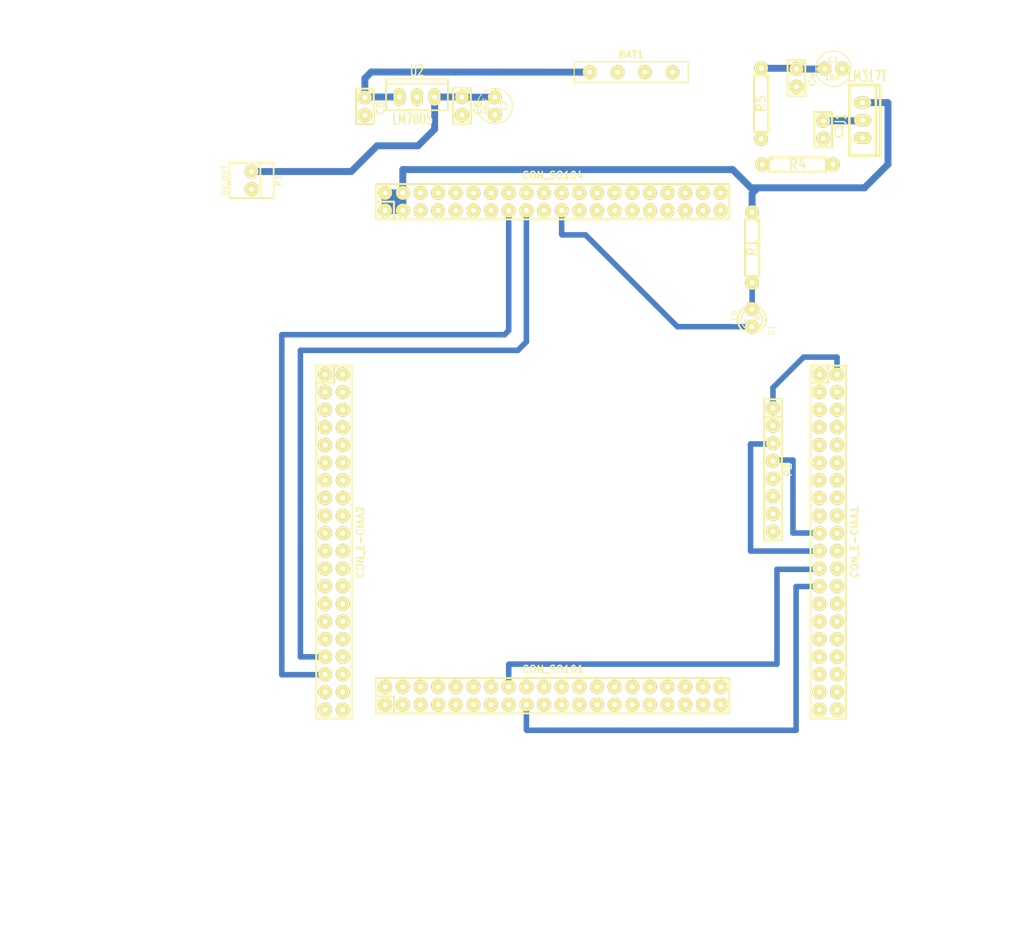
<source format=kicad_pcb>
(kicad_pcb (version 3) (host pcbnew "(2013-jul-07)-stable")

  (general
    (links 88)
    (no_connects 66)
    (area 164.899999 25.7504 275.925001 149.125001)
    (thickness 1.6)
    (drawings 11)
    (tracks 85)
    (zones 0)
    (modules 19)
    (nets 16)
  )

  (page A4)
  (title_block 
    (title rescatAR)
  )

  (layers
    (15 F.Cu signal)
    (0 B.Cu signal)
    (16 B.Adhes user hide)
    (17 F.Adhes user hide)
    (18 B.Paste user hide)
    (19 F.Paste user hide)
    (20 B.SilkS user hide)
    (21 F.SilkS user)
    (22 B.Mask user hide)
    (23 F.Mask user hide)
    (24 Dwgs.User user)
    (25 Cmts.User user)
    (26 Eco1.User user hide)
    (27 Eco2.User user hide)
    (28 Edge.Cuts user hide)
  )

  (setup
    (last_trace_width 0.8)
    (trace_clearance 0.8)
    (zone_clearance 0.508)
    (zone_45_only yes)
    (trace_min 0.254)
    (segment_width 0.2)
    (edge_width 0.15)
    (via_size 0.889)
    (via_drill 0.635)
    (via_min_size 0.889)
    (via_min_drill 0.508)
    (uvia_size 0.508)
    (uvia_drill 0.127)
    (uvias_allowed no)
    (uvia_min_size 0.508)
    (uvia_min_drill 0.127)
    (pcb_text_width 0.3)
    (pcb_text_size 1 1)
    (mod_edge_width 0.15)
    (mod_text_size 1 1)
    (mod_text_width 0.15)
    (pad_size 2.5 1.7)
    (pad_drill 0.7)
    (pad_to_mask_clearance 0)
    (aux_axis_origin 0 0)
    (visible_elements FFFFFFBF)
    (pcbplotparams
      (layerselection 3178497)
      (usegerberextensions false)
      (excludeedgelayer true)
      (linewidth 0.150000)
      (plotframeref false)
      (viasonmask false)
      (mode 1)
      (useauxorigin false)
      (hpglpennumber 1)
      (hpglpenspeed 20)
      (hpglpendiameter 15)
      (hpglpenoverlay 2)
      (psnegative false)
      (psa4output false)
      (plotreference true)
      (plotvalue true)
      (plotothertext true)
      (plotinvisibletext false)
      (padsonsilk false)
      (subtractmaskfromsilk false)
      (outputformat 5)
      (mirror false)
      (drillshape 2)
      (scaleselection 1)
      (outputdirectory plots/))
  )

  (net 0 "")
  (net 1 /GE864_ON_OFF)
  (net 2 /GE864_RESET)
  (net 3 /GND)
  (net 4 /I2C_SCL)
  (net 5 /I2C_SDA)
  (net 6 /RS232_RXD)
  (net 7 /RS232_TXD)
  (net 8 /STATUS_LED)
  (net 9 /VCC_3.3V)
  (net 10 /VCC_3.8V)
  (net 11 /VCC_5V)
  (net 12 N-0000018)
  (net 13 N-000002)
  (net 14 N-000003)
  (net 15 VCC)

  (net_class Default "This is the default net class."
    (clearance 0.8)
    (trace_width 0.8)
    (via_dia 0.889)
    (via_drill 0.635)
    (uvia_dia 0.508)
    (uvia_drill 0.127)
    (add_net "")
    (add_net /GE864_ON_OFF)
    (add_net /GE864_RESET)
    (add_net /GND)
    (add_net /I2C_SCL)
    (add_net /I2C_SDA)
    (add_net /RS232_RXD)
    (add_net /RS232_TXD)
    (add_net /STATUS_LED)
    (add_net N-0000018)
    (add_net N-000002)
  )

  (net_class Power ""
    (clearance 0.8)
    (trace_width 1)
    (via_dia 0.889)
    (via_drill 0.635)
    (uvia_dia 0.508)
    (uvia_drill 0.127)
    (add_net /VCC_3.3V)
    (add_net /VCC_3.8V)
    (add_net /VCC_5V)
    (add_net N-000003)
    (add_net VCC)
  )

  (module PIN_ARRAY_4x1 (layer F.Cu) (tedit 565F3C24) (tstamp 56601ED9)
    (at 226 28.675)
    (descr "Double rangee de contacts 2 x 5 pins")
    (tags CONN)
    (path /564115EC)
    (fp_text reference BAT1 (at 0 -2.54) (layer F.SilkS)
      (effects (font (size 1.016 1.016) (thickness 0.2032)))
    )
    (fp_text value BAT_CONN (at 0 2.54) (layer F.SilkS) hide
      (effects (font (size 1.016 1.016) (thickness 0.2032)))
    )
    (fp_line (start 0 -1.5) (end 8.2 -1.5) (layer F.SilkS) (width 0.15))
    (fp_line (start 8.2 -1.5) (end 8.2 1.5) (layer F.SilkS) (width 0.15))
    (fp_line (start 8.2 1.5) (end -8.2 1.5) (layer F.SilkS) (width 0.15))
    (fp_line (start -8.2 1.5) (end -8.2 -1.5) (layer F.SilkS) (width 0.15))
    (fp_line (start -8.2 -1.5) (end 0 -1.5) (layer F.SilkS) (width 0.15))
    (pad 3 thru_hole oval (at 1.975 0) (size 2 2) (drill 0.7)
      (layers *.Cu *.Mask F.SilkS)
    )
    (pad 2 thru_hole oval (at -1.975 0) (size 2 2) (drill 0.7)
      (layers *.Cu *.Mask F.SilkS)
      (net 3 /GND)
    )
    (pad 4 thru_hole oval (at 5.925 0) (size 2 2) (drill 0.7)
      (layers *.Cu *.Mask F.SilkS)
    )
    (pad 1 thru_hole oval (at -5.975 0) (size 2 2) (drill 0.7)
      (layers *.Cu *.Mask F.SilkS)
      (net 15 VCC)
    )
    (model pin_array\pins_array_4x1.wrl
      (at (xyz 0 0 0))
      (scale (xyz 1 1 1))
      (rotate (xyz 0 0 0))
    )
  )

  (module TO220_VERT (layer F.Cu) (tedit 565F22A5) (tstamp 56617269)
    (at 259.3 35.6)
    (descr "Regulateur TO220 serie LM78xx")
    (tags "TR TO220")
    (path /565C63CE)
    (fp_text reference U1 (at -3.175 0 90) (layer F.SilkS)
      (effects (font (size 1.524 1.016) (thickness 0.2032)))
    )
    (fp_text value LM317T (at 0.635 -6.35) (layer F.SilkS)
      (effects (font (size 1.524 1.016) (thickness 0.2032)))
    )
    (fp_line (start 1.905 -5.08) (end 2.54 -5.08) (layer F.SilkS) (width 0.381))
    (fp_line (start 2.54 -5.08) (end 2.54 5.08) (layer F.SilkS) (width 0.381))
    (fp_line (start 2.54 5.08) (end 1.905 5.08) (layer F.SilkS) (width 0.381))
    (fp_line (start -1.905 -5.08) (end 1.905 -5.08) (layer F.SilkS) (width 0.381))
    (fp_line (start 1.905 -5.08) (end 1.905 5.08) (layer F.SilkS) (width 0.381))
    (fp_line (start 1.905 5.08) (end -1.905 5.08) (layer F.SilkS) (width 0.381))
    (fp_line (start -1.905 5.08) (end -1.905 -5.08) (layer F.SilkS) (width 0.381))
    (pad 2 thru_hole oval (at 0 -2.54) (size 2.5 1.7) (drill 0.7)
      (layers *.Cu *.Mask F.SilkS)
      (net 10 /VCC_3.8V)
    )
    (pad 3 thru_hole oval (at 0 0) (size 2.5 1.7) (drill 0.7)
      (layers *.Cu *.Mask F.SilkS)
      (net 15 VCC)
    )
    (pad 1 thru_hole oval (at 0 2.54) (size 2.5 1.7) (drill 0.7)
      (layers *.Cu *.Mask F.SilkS)
      (net 13 N-000002)
    )
  )

  (module R4-LARGE_PADS (layer F.Cu) (tedit 47E2673E) (tstamp 56601DCD)
    (at 249.95 41.975)
    (descr "Resitance 4 pas")
    (tags R)
    (path /565C6408)
    (autoplace_cost180 10)
    (fp_text reference R4 (at 0 0) (layer F.SilkS)
      (effects (font (size 1.397 1.27) (thickness 0.2032)))
    )
    (fp_text value 470 (at 0 0) (layer F.SilkS) hide
      (effects (font (size 1.397 1.27) (thickness 0.2032)))
    )
    (fp_line (start -5.08 0) (end -4.064 0) (layer F.SilkS) (width 0.3048))
    (fp_line (start -4.064 0) (end -4.064 -1.016) (layer F.SilkS) (width 0.3048))
    (fp_line (start -4.064 -1.016) (end 4.064 -1.016) (layer F.SilkS) (width 0.3048))
    (fp_line (start 4.064 -1.016) (end 4.064 1.016) (layer F.SilkS) (width 0.3048))
    (fp_line (start 4.064 1.016) (end -4.064 1.016) (layer F.SilkS) (width 0.3048))
    (fp_line (start -4.064 1.016) (end -4.064 0) (layer F.SilkS) (width 0.3048))
    (fp_line (start -4.064 -0.508) (end -3.556 -1.016) (layer F.SilkS) (width 0.3048))
    (fp_line (start 5.08 0) (end 4.064 0) (layer F.SilkS) (width 0.3048))
    (pad 1 thru_hole oval (at -5.08 0) (size 2 2) (drill 0.7)
      (layers *.Cu *.Mask F.SilkS)
      (net 13 N-000002)
    )
    (pad 2 thru_hole oval (at 5.08 0) (size 2 2) (drill 0.7)
      (layers *.Cu *.Mask F.SilkS)
      (net 3 /GND)
    )
    (model discret/resistor.wrl
      (at (xyz 0 0 0))
      (scale (xyz 0.4 0.4 0.4))
      (rotate (xyz 0 0 0))
    )
  )

  (module R4-LARGE_PADS (layer F.Cu) (tedit 565F2F4C) (tstamp 56616F03)
    (at 243.4 53.925 270)
    (descr "Resitance 4 pas")
    (tags R)
    (path /565EF363)
    (autoplace_cost180 10)
    (fp_text reference R1 (at 0 0 270) (layer F.SilkS)
      (effects (font (size 1.397 1.27) (thickness 0.2032)))
    )
    (fp_text value 330 (at 0 0 270) (layer F.SilkS) hide
      (effects (font (size 1.397 1.27) (thickness 0.2032)))
    )
    (fp_line (start -5.08 0) (end -4.064 0) (layer F.SilkS) (width 0.3048))
    (fp_line (start -4.064 0) (end -4.064 -1.016) (layer F.SilkS) (width 0.3048))
    (fp_line (start -4.064 -1.016) (end 4.064 -1.016) (layer F.SilkS) (width 0.3048))
    (fp_line (start 4.064 -1.016) (end 4.064 1.016) (layer F.SilkS) (width 0.3048))
    (fp_line (start 4.064 1.016) (end -4.064 1.016) (layer F.SilkS) (width 0.3048))
    (fp_line (start -4.064 1.016) (end -4.064 0) (layer F.SilkS) (width 0.3048))
    (fp_line (start -4.064 -0.508) (end -3.556 -1.016) (layer F.SilkS) (width 0.3048))
    (fp_line (start 5.08 0) (end 4.064 0) (layer F.SilkS) (width 0.3048))
    (pad 1 thru_hole oval (at -5.08 0 270) (size 2 2) (drill 0.7)
      (layers *.Cu *.Mask F.SilkS)
      (net 10 /VCC_3.8V)
    )
    (pad 2 thru_hole oval (at 5.08 0 270) (size 2 2) (drill 0.7)
      (layers *.Cu *.Mask F.SilkS)
      (net 12 N-0000018)
    )
    (model discret/resistor.wrl
      (at (xyz 0 0 0))
      (scale (xyz 0.4 0.4 0.4))
      (rotate (xyz 0 0 0))
    )
  )

  (module R4-LARGE_PADS (layer F.Cu) (tedit 47E2673E) (tstamp 56617284)
    (at 244.7 33.2 270)
    (descr "Resitance 4 pas")
    (tags R)
    (path /565C63FB)
    (autoplace_cost180 10)
    (fp_text reference R5 (at 0 0 270) (layer F.SilkS)
      (effects (font (size 1.397 1.27) (thickness 0.2032)))
    )
    (fp_text value 220 (at 0 0 270) (layer F.SilkS) hide
      (effects (font (size 1.397 1.27) (thickness 0.2032)))
    )
    (fp_line (start -5.08 0) (end -4.064 0) (layer F.SilkS) (width 0.3048))
    (fp_line (start -4.064 0) (end -4.064 -1.016) (layer F.SilkS) (width 0.3048))
    (fp_line (start -4.064 -1.016) (end 4.064 -1.016) (layer F.SilkS) (width 0.3048))
    (fp_line (start 4.064 -1.016) (end 4.064 1.016) (layer F.SilkS) (width 0.3048))
    (fp_line (start 4.064 1.016) (end -4.064 1.016) (layer F.SilkS) (width 0.3048))
    (fp_line (start -4.064 1.016) (end -4.064 0) (layer F.SilkS) (width 0.3048))
    (fp_line (start -4.064 -0.508) (end -3.556 -1.016) (layer F.SilkS) (width 0.3048))
    (fp_line (start 5.08 0) (end 4.064 0) (layer F.SilkS) (width 0.3048))
    (pad 1 thru_hole oval (at -5.08 0 270) (size 2 2) (drill 0.7)
      (layers *.Cu *.Mask F.SilkS)
      (net 10 /VCC_3.8V)
    )
    (pad 2 thru_hole oval (at 5.08 0 270) (size 2 2) (drill 0.7)
      (layers *.Cu *.Mask F.SilkS)
      (net 13 N-000002)
    )
    (model discret/resistor.wrl
      (at (xyz 0 0 0))
      (scale (xyz 0.4 0.4 0.4))
      (rotate (xyz 0 0 0))
    )
  )

  (module PINHEAD1-2 (layer F.Cu) (tedit 565F2BAA) (tstamp 56601DF4)
    (at 171.375 44.25 270)
    (path /565CADCA)
    (attr virtual)
    (fp_text reference P1 (at 0 -3.9 270) (layer F.SilkS)
      (effects (font (size 0.8 0.8) (thickness 0.12)))
    )
    (fp_text value 5V_OUT (at 0 3.81 270) (layer F.SilkS)
      (effects (font (size 0.8 0.8) (thickness 0.12)))
    )
    (fp_line (start 2.54 -1.27) (end -2.54 -1.27) (layer F.SilkS) (width 0.254))
    (fp_line (start 2.54 3.175) (end -2.54 3.175) (layer F.SilkS) (width 0.254))
    (fp_line (start -2.54 -3.175) (end 2.54 -3.175) (layer F.SilkS) (width 0.254))
    (fp_line (start -2.54 -3.175) (end -2.54 3.175) (layer F.SilkS) (width 0.254))
    (fp_line (start 2.54 -3.175) (end 2.54 3.175) (layer F.SilkS) (width 0.254))
    (pad 1 thru_hole oval (at -1.27 0 270) (size 2 2) (drill 0.7)
      (layers *.Cu *.Mask F.SilkS)
      (net 14 N-000003)
    )
    (pad 2 thru_hole oval (at 1.27 0 270) (size 2 2) (drill 0.7)
      (layers *.Cu *.Mask F.SilkS)
      (net 3 /GND)
    )
  )

  (module pin_strip_8 (layer F.Cu) (tedit 565F2B36) (tstamp 56601E05)
    (at 246.4 85.925 270)
    (descr "Pin strip 8pin")
    (tags "CONN DEV")
    (path /56167705)
    (fp_text reference P2 (at 0 -2.159 270) (layer F.SilkS)
      (effects (font (size 1.016 1.016) (thickness 0.2032)))
    )
    (fp_text value CONN_8 (at 0.254 -3.556 270) (layer F.SilkS) hide
      (effects (font (size 1.016 0.889) (thickness 0.2032)))
    )
    (fp_line (start -7.62 -1.27) (end -7.62 1.27) (layer F.SilkS) (width 0.3048))
    (fp_line (start -10.16 -1.27) (end 10.16 -1.27) (layer F.SilkS) (width 0.3048))
    (fp_line (start 10.16 -1.27) (end 10.16 1.27) (layer F.SilkS) (width 0.3048))
    (fp_line (start 10.16 1.27) (end -10.16 1.27) (layer F.SilkS) (width 0.3048))
    (fp_line (start -10.16 1.27) (end -10.16 -1.27) (layer F.SilkS) (width 0.3048))
    (pad 1 thru_hole oval (at -8.89 0 270) (size 2 2) (drill 0.7)
      (layers *.Cu *.Mask F.SilkS)
      (net 11 /VCC_5V)
    )
    (pad 2 thru_hole oval (at -6.35 0 270) (size 2 2) (drill 0.7)
      (layers *.Cu *.Mask F.SilkS)
      (net 3 /GND)
    )
    (pad 3 thru_hole oval (at -3.81 0 270) (size 2 2) (drill 0.7)
      (layers *.Cu *.Mask F.SilkS)
      (net 4 /I2C_SCL)
    )
    (pad 4 thru_hole oval (at -1.27 0 270) (size 2 2) (drill 0.7)
      (layers *.Cu *.Mask F.SilkS)
      (net 5 /I2C_SDA)
    )
    (pad 5 thru_hole oval (at 1.27 0 270) (size 2 2) (drill 0.7)
      (layers *.Cu *.Mask F.SilkS)
    )
    (pad 6 thru_hole oval (at 3.81 0 270) (size 2 2) (drill 0.7)
      (layers *.Cu *.Mask F.SilkS)
    )
    (pad 7 thru_hole oval (at 6.35 0 270) (size 2 2) (drill 0.7)
      (layers *.Cu *.Mask F.SilkS)
      (net 3 /GND)
    )
    (pad 8 thru_hole oval (at 8.89 0 270) (size 2 2) (drill 0.7)
      (layers *.Cu *.Mask F.SilkS)
    )
    (model walter/pin_strip/pin_strip_8.wrl
      (at (xyz 0 0 0))
      (scale (xyz 1 1 1))
      (rotate (xyz 0 0 0))
    )
  )

  (module pin_strip_20x2 (layer F.Cu) (tedit 4F09A877) (tstamp 56601E37)
    (at 214.725 118.445)
    (descr "Pin strip 20x2pin")
    (tags "CONN DEV")
    (path /56174B67)
    (fp_text reference CON_SO101 (at 0 -3.81) (layer F.SilkS)
      (effects (font (size 1.016 1.016) (thickness 0.2032)))
    )
    (fp_text value CONN_20X2 (at 0 -5.08) (layer F.SilkS) hide
      (effects (font (size 1.016 0.889) (thickness 0.2032)))
    )
    (fp_line (start 25.4 2.54) (end -25.4 2.54) (layer F.SilkS) (width 0.3048))
    (fp_line (start -25.4 -2.54) (end 25.4 -2.54) (layer F.SilkS) (width 0.3048))
    (fp_line (start -25.4 0) (end -22.86 0) (layer F.SilkS) (width 0.3048))
    (fp_line (start -22.86 0) (end -22.86 2.54) (layer F.SilkS) (width 0.3048))
    (fp_line (start -25.4 -2.54) (end -25.4 2.54) (layer F.SilkS) (width 0.3048))
    (fp_line (start 25.4 2.54) (end 25.4 -2.54) (layer F.SilkS) (width 0.3048))
    (pad 1 thru_hole oval (at -24.13 1.27) (size 2 2) (drill 0.7)
      (layers *.Cu *.Mask F.SilkS)
    )
    (pad 2 thru_hole oval (at -24.13 -1.27) (size 2 2) (drill 0.7)
      (layers *.Cu *.Mask F.SilkS)
    )
    (pad 3 thru_hole oval (at -21.59 1.27) (size 2 2) (drill 0.7)
      (layers *.Cu *.Mask F.SilkS)
    )
    (pad 4 thru_hole oval (at -21.59 -1.27) (size 2 2) (drill 0.7)
      (layers *.Cu *.Mask F.SilkS)
    )
    (pad 5 thru_hole oval (at -19.05 1.27) (size 2 2) (drill 0.7)
      (layers *.Cu *.Mask F.SilkS)
      (net 3 /GND)
    )
    (pad 6 thru_hole oval (at -19.05 -1.27) (size 2 2) (drill 0.7)
      (layers *.Cu *.Mask F.SilkS)
    )
    (pad 7 thru_hole oval (at -16.51 1.27) (size 2 2) (drill 0.7)
      (layers *.Cu *.Mask F.SilkS)
    )
    (pad 8 thru_hole oval (at -16.51 -1.27) (size 2 2) (drill 0.7)
      (layers *.Cu *.Mask F.SilkS)
    )
    (pad 9 thru_hole oval (at -13.97 1.27) (size 2 2) (drill 0.7)
      (layers *.Cu *.Mask F.SilkS)
    )
    (pad 10 thru_hole oval (at -13.97 -1.27) (size 2 2) (drill 0.7)
      (layers *.Cu *.Mask F.SilkS)
    )
    (pad 11 thru_hole oval (at -11.43 1.27) (size 2 2) (drill 0.7)
      (layers *.Cu *.Mask F.SilkS)
      (net 3 /GND)
    )
    (pad 12 thru_hole oval (at -11.43 -1.27) (size 2 2) (drill 0.7)
      (layers *.Cu *.Mask F.SilkS)
      (net 3 /GND)
    )
    (pad 13 thru_hole oval (at -8.89 1.27) (size 2 2) (drill 0.7)
      (layers *.Cu *.Mask F.SilkS)
      (net 3 /GND)
    )
    (pad 14 thru_hole oval (at -8.89 -1.27) (size 2 2) (drill 0.7)
      (layers *.Cu *.Mask F.SilkS)
      (net 3 /GND)
    )
    (pad 15 thru_hole oval (at -6.35 1.27) (size 2 2) (drill 0.7)
      (layers *.Cu *.Mask F.SilkS)
    )
    (pad 16 thru_hole oval (at -6.35 -1.27) (size 2 2) (drill 0.7)
      (layers *.Cu *.Mask F.SilkS)
      (net 6 /RS232_RXD)
    )
    (pad 17 thru_hole oval (at -3.81 1.27) (size 2 2) (drill 0.7)
      (layers *.Cu *.Mask F.SilkS)
      (net 7 /RS232_TXD)
    )
    (pad 18 thru_hole oval (at -3.81 -1.27) (size 2 2) (drill 0.7)
      (layers *.Cu *.Mask F.SilkS)
    )
    (pad 19 thru_hole oval (at -1.27 1.27) (size 2 2) (drill 0.7)
      (layers *.Cu *.Mask F.SilkS)
      (net 3 /GND)
    )
    (pad 20 thru_hole oval (at -1.27 -1.27) (size 2 2) (drill 0.7)
      (layers *.Cu *.Mask F.SilkS)
    )
    (pad 21 thru_hole oval (at 1.27 1.27) (size 2 2) (drill 0.7)
      (layers *.Cu *.Mask F.SilkS)
    )
    (pad 22 thru_hole oval (at 1.27 -1.27) (size 2 2) (drill 0.7)
      (layers *.Cu *.Mask F.SilkS)
    )
    (pad 23 thru_hole oval (at 3.81 1.27) (size 2 2) (drill 0.7)
      (layers *.Cu *.Mask F.SilkS)
    )
    (pad 24 thru_hole oval (at 3.81 -1.27) (size 2 2) (drill 0.7)
      (layers *.Cu *.Mask F.SilkS)
    )
    (pad 25 thru_hole oval (at 6.35 1.27) (size 2 2) (drill 0.7)
      (layers *.Cu *.Mask F.SilkS)
      (net 3 /GND)
    )
    (pad 26 thru_hole oval (at 6.35 -1.27) (size 2 2) (drill 0.7)
      (layers *.Cu *.Mask F.SilkS)
      (net 3 /GND)
    )
    (pad 27 thru_hole oval (at 8.89 1.27) (size 2 2) (drill 0.7)
      (layers *.Cu *.Mask F.SilkS)
      (net 3 /GND)
    )
    (pad 28 thru_hole oval (at 8.89 -1.27) (size 2 2) (drill 0.7)
      (layers *.Cu *.Mask F.SilkS)
      (net 3 /GND)
    )
    (pad 29 thru_hole oval (at 11.43 1.27) (size 2 2) (drill 0.7)
      (layers *.Cu *.Mask F.SilkS)
    )
    (pad 30 thru_hole oval (at 11.43 -1.27) (size 2 2) (drill 0.7)
      (layers *.Cu *.Mask F.SilkS)
    )
    (pad 31 thru_hole oval (at 13.97 1.27) (size 2 2) (drill 0.7)
      (layers *.Cu *.Mask F.SilkS)
    )
    (pad 32 thru_hole oval (at 13.97 -1.27) (size 2 2) (drill 0.7)
      (layers *.Cu *.Mask F.SilkS)
    )
    (pad 33 thru_hole oval (at 16.51 1.27) (size 2 2) (drill 0.7)
      (layers *.Cu *.Mask F.SilkS)
    )
    (pad 34 thru_hole oval (at 16.51 -1.27) (size 2 2) (drill 0.7)
      (layers *.Cu *.Mask F.SilkS)
    )
    (pad 35 thru_hole oval (at 19.05 1.27) (size 2 2) (drill 0.7)
      (layers *.Cu *.Mask F.SilkS)
    )
    (pad 36 thru_hole oval (at 19.05 -1.27) (size 2 2) (drill 0.7)
      (layers *.Cu *.Mask F.SilkS)
    )
    (pad 37 thru_hole oval (at 21.59 1.27) (size 2 2) (drill 0.7)
      (layers *.Cu *.Mask F.SilkS)
    )
    (pad 38 thru_hole oval (at 21.59 -1.27) (size 2 2) (drill 0.7)
      (layers *.Cu *.Mask F.SilkS)
      (net 3 /GND)
    )
    (pad 39 thru_hole oval (at 24.13 1.27) (size 2 2) (drill 0.7)
      (layers *.Cu *.Mask F.SilkS)
      (net 3 /GND)
    )
    (pad 40 thru_hole oval (at 24.13 -1.27) (size 2 2) (drill 0.7)
      (layers *.Cu *.Mask F.SilkS)
      (net 3 /GND)
    )
    (model walter/pin_strip/pin_strip_20x2.wrl
      (at (xyz 0 0 0))
      (scale (xyz 1 1 1))
      (rotate (xyz 0 0 0))
    )
  )

  (module pin_strip_20x2 (layer F.Cu) (tedit 565F235F) (tstamp 5660D91A)
    (at 214.725 47.325)
    (descr "Pin strip 20x2pin")
    (tags "CONN DEV")
    (path /56174B48)
    (fp_text reference CON_SO104 (at 0 -3.81) (layer F.SilkS)
      (effects (font (size 1.016 1.016) (thickness 0.2032)))
    )
    (fp_text value CONN_20X2 (at 0 -5.08) (layer F.SilkS) hide
      (effects (font (size 1.016 0.889) (thickness 0.2032)))
    )
    (fp_line (start 25.4 2.54) (end -25.4 2.54) (layer F.SilkS) (width 0.3048))
    (fp_line (start -25.4 -2.54) (end 25.4 -2.54) (layer F.SilkS) (width 0.3048))
    (fp_line (start -25.4 0) (end -22.86 0) (layer F.SilkS) (width 0.3048))
    (fp_line (start -22.86 0) (end -22.86 2.54) (layer F.SilkS) (width 0.3048))
    (fp_line (start -25.4 -2.54) (end -25.4 2.54) (layer F.SilkS) (width 0.3048))
    (fp_line (start 25.4 2.54) (end 25.4 -2.54) (layer F.SilkS) (width 0.3048))
    (pad 1 thru_hole oval (at -24.13 1.27) (size 2 2) (drill 0.7)
      (layers *.Cu *.Mask F.SilkS)
      (net 10 /VCC_3.8V)
    )
    (pad 2 thru_hole oval (at -24.13 -1.27) (size 2 2) (drill 0.7)
      (layers *.Cu *.Mask F.SilkS)
      (net 10 /VCC_3.8V)
    )
    (pad 3 thru_hole oval (at -21.59 1.27) (size 2 2) (drill 0.7)
      (layers *.Cu *.Mask F.SilkS)
      (net 10 /VCC_3.8V)
    )
    (pad 4 thru_hole oval (at -21.59 -1.27) (size 2 2) (drill 0.7)
      (layers *.Cu *.Mask F.SilkS)
      (net 10 /VCC_3.8V)
    )
    (pad 5 thru_hole oval (at -19.05 1.27) (size 2 2) (drill 0.7)
      (layers *.Cu *.Mask F.SilkS)
      (net 3 /GND)
    )
    (pad 6 thru_hole oval (at -19.05 -1.27) (size 2 2) (drill 0.7)
      (layers *.Cu *.Mask F.SilkS)
      (net 3 /GND)
    )
    (pad 7 thru_hole oval (at -16.51 1.27) (size 2 2) (drill 0.7)
      (layers *.Cu *.Mask F.SilkS)
      (net 3 /GND)
    )
    (pad 8 thru_hole oval (at -16.51 -1.27) (size 2 2) (drill 0.7)
      (layers *.Cu *.Mask F.SilkS)
      (net 3 /GND)
    )
    (pad 9 thru_hole oval (at -13.97 1.27) (size 2 2) (drill 0.7)
      (layers *.Cu *.Mask F.SilkS)
    )
    (pad 10 thru_hole oval (at -13.97 -1.27) (size 2 2) (drill 0.7)
      (layers *.Cu *.Mask F.SilkS)
    )
    (pad 11 thru_hole oval (at -11.43 1.27) (size 2 2) (drill 0.7)
      (layers *.Cu *.Mask F.SilkS)
      (net 3 /GND)
    )
    (pad 12 thru_hole oval (at -11.43 -1.27) (size 2 2) (drill 0.7)
      (layers *.Cu *.Mask F.SilkS)
      (net 3 /GND)
    )
    (pad 13 thru_hole oval (at -8.89 1.27) (size 2 2) (drill 0.7)
      (layers *.Cu *.Mask F.SilkS)
      (net 3 /GND)
    )
    (pad 14 thru_hole oval (at -8.89 -1.27) (size 2 2) (drill 0.7)
      (layers *.Cu *.Mask F.SilkS)
      (net 3 /GND)
    )
    (pad 15 thru_hole oval (at -6.35 1.27) (size 2 2) (drill 0.7)
      (layers *.Cu *.Mask F.SilkS)
      (net 1 /GE864_ON_OFF)
    )
    (pad 16 thru_hole oval (at -6.35 -1.27) (size 2 2) (drill 0.7)
      (layers *.Cu *.Mask F.SilkS)
    )
    (pad 17 thru_hole oval (at -3.81 1.27) (size 2 2) (drill 0.7)
      (layers *.Cu *.Mask F.SilkS)
      (net 2 /GE864_RESET)
    )
    (pad 18 thru_hole oval (at -3.81 -1.27) (size 2 2) (drill 0.7)
      (layers *.Cu *.Mask F.SilkS)
    )
    (pad 19 thru_hole oval (at -1.27 1.27) (size 2 2) (drill 0.7)
      (layers *.Cu *.Mask F.SilkS)
    )
    (pad 20 thru_hole oval (at -1.27 -1.27) (size 2 2) (drill 0.7)
      (layers *.Cu *.Mask F.SilkS)
    )
    (pad 21 thru_hole oval (at 1.27 1.27) (size 2 2) (drill 0.7)
      (layers *.Cu *.Mask F.SilkS)
      (net 8 /STATUS_LED)
    )
    (pad 22 thru_hole oval (at 1.27 -1.27) (size 2 2) (drill 0.7)
      (layers *.Cu *.Mask F.SilkS)
    )
    (pad 23 thru_hole oval (at 3.81 1.27) (size 2 2) (drill 0.7)
      (layers *.Cu *.Mask F.SilkS)
    )
    (pad 24 thru_hole oval (at 3.81 -1.27) (size 2 2) (drill 0.7)
      (layers *.Cu *.Mask F.SilkS)
    )
    (pad 25 thru_hole oval (at 6.35 1.27) (size 2 2) (drill 0.7)
      (layers *.Cu *.Mask F.SilkS)
      (net 3 /GND)
    )
    (pad 26 thru_hole oval (at 6.35 -1.27) (size 2 2) (drill 0.7)
      (layers *.Cu *.Mask F.SilkS)
      (net 3 /GND)
    )
    (pad 27 thru_hole oval (at 8.89 1.27) (size 2 2) (drill 0.7)
      (layers *.Cu *.Mask F.SilkS)
      (net 3 /GND)
    )
    (pad 28 thru_hole oval (at 8.89 -1.27) (size 2 2) (drill 0.7)
      (layers *.Cu *.Mask F.SilkS)
      (net 3 /GND)
    )
    (pad 29 thru_hole oval (at 11.43 1.27) (size 2 2) (drill 0.7)
      (layers *.Cu *.Mask F.SilkS)
    )
    (pad 30 thru_hole oval (at 11.43 -1.27) (size 2 2) (drill 0.7)
      (layers *.Cu *.Mask F.SilkS)
    )
    (pad 31 thru_hole oval (at 13.97 1.27) (size 2 2) (drill 0.7)
      (layers *.Cu *.Mask F.SilkS)
    )
    (pad 32 thru_hole oval (at 13.97 -1.27) (size 2 2) (drill 0.7)
      (layers *.Cu *.Mask F.SilkS)
    )
    (pad 33 thru_hole oval (at 16.51 1.27) (size 2 2) (drill 0.7)
      (layers *.Cu *.Mask F.SilkS)
    )
    (pad 34 thru_hole oval (at 16.51 -1.27) (size 2 2) (drill 0.7)
      (layers *.Cu *.Mask F.SilkS)
    )
    (pad 35 thru_hole oval (at 19.05 1.27) (size 2 2) (drill 0.7)
      (layers *.Cu *.Mask F.SilkS)
    )
    (pad 36 thru_hole oval (at 19.05 -1.27) (size 2 2) (drill 0.7)
      (layers *.Cu *.Mask F.SilkS)
    )
    (pad 37 thru_hole oval (at 21.59 1.27) (size 2 2) (drill 0.7)
      (layers *.Cu *.Mask F.SilkS)
    )
    (pad 38 thru_hole oval (at 21.59 -1.27) (size 2 2) (drill 0.7)
      (layers *.Cu *.Mask F.SilkS)
      (net 3 /GND)
    )
    (pad 39 thru_hole oval (at 24.13 1.27) (size 2 2) (drill 0.7)
      (layers *.Cu *.Mask F.SilkS)
      (net 3 /GND)
    )
    (pad 40 thru_hole oval (at 24.13 -1.27) (size 2 2) (drill 0.7)
      (layers *.Cu *.Mask F.SilkS)
      (net 3 /GND)
    )
    (model walter/pin_strip/pin_strip_20x2.wrl
      (at (xyz 0 0 0))
      (scale (xyz 1 1 1))
      (rotate (xyz 0 0 0))
    )
  )

  (module pin_strip_20x2 (layer F.Cu) (tedit 4F09A877) (tstamp 56601E9B)
    (at 254.345 96.325 270)
    (descr "Pin strip 20x2pin")
    (tags "CONN DEV")
    (path /5398AC24)
    (fp_text reference CON_E-CIAA1 (at 0 -3.81 270) (layer F.SilkS)
      (effects (font (size 1.016 1.016) (thickness 0.2032)))
    )
    (fp_text value CONN_20X2 (at 0 -5.08 270) (layer F.SilkS) hide
      (effects (font (size 1.016 0.889) (thickness 0.2032)))
    )
    (fp_line (start 25.4 2.54) (end -25.4 2.54) (layer F.SilkS) (width 0.3048))
    (fp_line (start -25.4 -2.54) (end 25.4 -2.54) (layer F.SilkS) (width 0.3048))
    (fp_line (start -25.4 0) (end -22.86 0) (layer F.SilkS) (width 0.3048))
    (fp_line (start -22.86 0) (end -22.86 2.54) (layer F.SilkS) (width 0.3048))
    (fp_line (start -25.4 -2.54) (end -25.4 2.54) (layer F.SilkS) (width 0.3048))
    (fp_line (start 25.4 2.54) (end 25.4 -2.54) (layer F.SilkS) (width 0.3048))
    (pad 1 thru_hole oval (at -24.13 1.27 270) (size 2 2) (drill 0.7)
      (layers *.Cu *.Mask F.SilkS)
      (net 9 /VCC_3.3V)
    )
    (pad 2 thru_hole oval (at -24.13 -1.27 270) (size 2 2) (drill 0.7)
      (layers *.Cu *.Mask F.SilkS)
      (net 11 /VCC_5V)
    )
    (pad 3 thru_hole oval (at -21.59 1.27 270) (size 2 2) (drill 0.7)
      (layers *.Cu *.Mask F.SilkS)
    )
    (pad 4 thru_hole oval (at -21.59 -1.27 270) (size 2 2) (drill 0.7)
      (layers *.Cu *.Mask F.SilkS)
      (net 3 /GND)
    )
    (pad 5 thru_hole oval (at -19.05 1.27 270) (size 2 2) (drill 0.7)
      (layers *.Cu *.Mask F.SilkS)
    )
    (pad 6 thru_hole oval (at -19.05 -1.27 270) (size 2 2) (drill 0.7)
      (layers *.Cu *.Mask F.SilkS)
    )
    (pad 7 thru_hole oval (at -16.51 1.27 270) (size 2 2) (drill 0.7)
      (layers *.Cu *.Mask F.SilkS)
    )
    (pad 8 thru_hole oval (at -16.51 -1.27 270) (size 2 2) (drill 0.7)
      (layers *.Cu *.Mask F.SilkS)
    )
    (pad 9 thru_hole oval (at -13.97 1.27 270) (size 2 2) (drill 0.7)
      (layers *.Cu *.Mask F.SilkS)
    )
    (pad 10 thru_hole oval (at -13.97 -1.27 270) (size 2 2) (drill 0.7)
      (layers *.Cu *.Mask F.SilkS)
    )
    (pad 11 thru_hole oval (at -11.43 1.27 270) (size 2 2) (drill 0.7)
      (layers *.Cu *.Mask F.SilkS)
    )
    (pad 12 thru_hole oval (at -11.43 -1.27 270) (size 2 2) (drill 0.7)
      (layers *.Cu *.Mask F.SilkS)
    )
    (pad 13 thru_hole oval (at -8.89 1.27 270) (size 2 2) (drill 0.7)
      (layers *.Cu *.Mask F.SilkS)
    )
    (pad 14 thru_hole oval (at -8.89 -1.27 270) (size 2 2) (drill 0.7)
      (layers *.Cu *.Mask F.SilkS)
    )
    (pad 15 thru_hole oval (at -6.35 1.27 270) (size 2 2) (drill 0.7)
      (layers *.Cu *.Mask F.SilkS)
    )
    (pad 16 thru_hole oval (at -6.35 -1.27 270) (size 2 2) (drill 0.7)
      (layers *.Cu *.Mask F.SilkS)
    )
    (pad 17 thru_hole oval (at -3.81 1.27 270) (size 2 2) (drill 0.7)
      (layers *.Cu *.Mask F.SilkS)
    )
    (pad 18 thru_hole oval (at -3.81 -1.27 270) (size 2 2) (drill 0.7)
      (layers *.Cu *.Mask F.SilkS)
    )
    (pad 19 thru_hole oval (at -1.27 1.27 270) (size 2 2) (drill 0.7)
      (layers *.Cu *.Mask F.SilkS)
      (net 5 /I2C_SDA)
    )
    (pad 20 thru_hole oval (at -1.27 -1.27 270) (size 2 2) (drill 0.7)
      (layers *.Cu *.Mask F.SilkS)
      (net 3 /GND)
    )
    (pad 21 thru_hole oval (at 1.27 1.27 270) (size 2 2) (drill 0.7)
      (layers *.Cu *.Mask F.SilkS)
      (net 4 /I2C_SCL)
    )
    (pad 22 thru_hole oval (at 1.27 -1.27 270) (size 2 2) (drill 0.7)
      (layers *.Cu *.Mask F.SilkS)
      (net 3 /GND)
    )
    (pad 23 thru_hole oval (at 3.81 1.27 270) (size 2 2) (drill 0.7)
      (layers *.Cu *.Mask F.SilkS)
      (net 6 /RS232_RXD)
    )
    (pad 24 thru_hole oval (at 3.81 -1.27 270) (size 2 2) (drill 0.7)
      (layers *.Cu *.Mask F.SilkS)
      (net 3 /GND)
    )
    (pad 25 thru_hole oval (at 6.35 1.27 270) (size 2 2) (drill 0.7)
      (layers *.Cu *.Mask F.SilkS)
      (net 7 /RS232_TXD)
    )
    (pad 26 thru_hole oval (at 6.35 -1.27 270) (size 2 2) (drill 0.7)
      (layers *.Cu *.Mask F.SilkS)
      (net 3 /GND)
    )
    (pad 27 thru_hole oval (at 8.89 1.27 270) (size 2 2) (drill 0.7)
      (layers *.Cu *.Mask F.SilkS)
    )
    (pad 28 thru_hole oval (at 8.89 -1.27 270) (size 2 2) (drill 0.7)
      (layers *.Cu *.Mask F.SilkS)
      (net 3 /GND)
    )
    (pad 29 thru_hole oval (at 11.43 1.27 270) (size 2 2) (drill 0.7)
      (layers *.Cu *.Mask F.SilkS)
    )
    (pad 30 thru_hole oval (at 11.43 -1.27 270) (size 2 2) (drill 0.7)
      (layers *.Cu *.Mask F.SilkS)
      (net 3 /GND)
    )
    (pad 31 thru_hole oval (at 13.97 1.27 270) (size 2 2) (drill 0.7)
      (layers *.Cu *.Mask F.SilkS)
    )
    (pad 32 thru_hole oval (at 13.97 -1.27 270) (size 2 2) (drill 0.7)
      (layers *.Cu *.Mask F.SilkS)
      (net 3 /GND)
    )
    (pad 33 thru_hole oval (at 16.51 1.27 270) (size 2 2) (drill 0.7)
      (layers *.Cu *.Mask F.SilkS)
    )
    (pad 34 thru_hole oval (at 16.51 -1.27 270) (size 2 2) (drill 0.7)
      (layers *.Cu *.Mask F.SilkS)
    )
    (pad 35 thru_hole oval (at 19.05 1.27 270) (size 2 2) (drill 0.7)
      (layers *.Cu *.Mask F.SilkS)
    )
    (pad 36 thru_hole oval (at 19.05 -1.27 270) (size 2 2) (drill 0.7)
      (layers *.Cu *.Mask F.SilkS)
    )
    (pad 37 thru_hole oval (at 21.59 1.27 270) (size 2 2) (drill 0.7)
      (layers *.Cu *.Mask F.SilkS)
    )
    (pad 38 thru_hole oval (at 21.59 -1.27 270) (size 2 2) (drill 0.7)
      (layers *.Cu *.Mask F.SilkS)
      (net 3 /GND)
    )
    (pad 39 thru_hole oval (at 24.13 1.27 270) (size 2 2) (drill 0.7)
      (layers *.Cu *.Mask F.SilkS)
    )
    (pad 40 thru_hole oval (at 24.13 -1.27 270) (size 2 2) (drill 0.7)
      (layers *.Cu *.Mask F.SilkS)
      (net 3 /GND)
    )
    (model walter/pin_strip/pin_strip_20x2.wrl
      (at (xyz 0 0 0))
      (scale (xyz 1 1 1))
      (rotate (xyz 0 0 0))
    )
  )

  (module pin_strip_20x2 (layer F.Cu) (tedit 4F09A877) (tstamp 56601ECD)
    (at 183.225 96.325 270)
    (descr "Pin strip 20x2pin")
    (tags "CONN DEV")
    (path /5398AC33)
    (fp_text reference CON_E-CIAA2 (at 0 -3.81 270) (layer F.SilkS)
      (effects (font (size 1.016 1.016) (thickness 0.2032)))
    )
    (fp_text value CONN_20X2 (at 0 -5.08 270) (layer F.SilkS) hide
      (effects (font (size 1.016 0.889) (thickness 0.2032)))
    )
    (fp_line (start 25.4 2.54) (end -25.4 2.54) (layer F.SilkS) (width 0.3048))
    (fp_line (start -25.4 -2.54) (end 25.4 -2.54) (layer F.SilkS) (width 0.3048))
    (fp_line (start -25.4 0) (end -22.86 0) (layer F.SilkS) (width 0.3048))
    (fp_line (start -22.86 0) (end -22.86 2.54) (layer F.SilkS) (width 0.3048))
    (fp_line (start -25.4 -2.54) (end -25.4 2.54) (layer F.SilkS) (width 0.3048))
    (fp_line (start 25.4 2.54) (end 25.4 -2.54) (layer F.SilkS) (width 0.3048))
    (pad 1 thru_hole oval (at -24.13 1.27 270) (size 2 2) (drill 0.7)
      (layers *.Cu *.Mask F.SilkS)
      (net 9 /VCC_3.3V)
    )
    (pad 2 thru_hole oval (at -24.13 -1.27 270) (size 2 2) (drill 0.7)
      (layers *.Cu *.Mask F.SilkS)
      (net 11 /VCC_5V)
    )
    (pad 3 thru_hole oval (at -21.59 1.27 270) (size 2 2) (drill 0.7)
      (layers *.Cu *.Mask F.SilkS)
      (net 3 /GND)
    )
    (pad 4 thru_hole oval (at -21.59 -1.27 270) (size 2 2) (drill 0.7)
      (layers *.Cu *.Mask F.SilkS)
    )
    (pad 5 thru_hole oval (at -19.05 1.27 270) (size 2 2) (drill 0.7)
      (layers *.Cu *.Mask F.SilkS)
      (net 3 /GND)
    )
    (pad 6 thru_hole oval (at -19.05 -1.27 270) (size 2 2) (drill 0.7)
      (layers *.Cu *.Mask F.SilkS)
    )
    (pad 7 thru_hole oval (at -16.51 1.27 270) (size 2 2) (drill 0.7)
      (layers *.Cu *.Mask F.SilkS)
      (net 3 /GND)
    )
    (pad 8 thru_hole oval (at -16.51 -1.27 270) (size 2 2) (drill 0.7)
      (layers *.Cu *.Mask F.SilkS)
    )
    (pad 9 thru_hole oval (at -13.97 1.27 270) (size 2 2) (drill 0.7)
      (layers *.Cu *.Mask F.SilkS)
    )
    (pad 10 thru_hole oval (at -13.97 -1.27 270) (size 2 2) (drill 0.7)
      (layers *.Cu *.Mask F.SilkS)
    )
    (pad 11 thru_hole oval (at -11.43 1.27 270) (size 2 2) (drill 0.7)
      (layers *.Cu *.Mask F.SilkS)
      (net 3 /GND)
    )
    (pad 12 thru_hole oval (at -11.43 -1.27 270) (size 2 2) (drill 0.7)
      (layers *.Cu *.Mask F.SilkS)
    )
    (pad 13 thru_hole oval (at -8.89 1.27 270) (size 2 2) (drill 0.7)
      (layers *.Cu *.Mask F.SilkS)
      (net 3 /GND)
    )
    (pad 14 thru_hole oval (at -8.89 -1.27 270) (size 2 2) (drill 0.7)
      (layers *.Cu *.Mask F.SilkS)
    )
    (pad 15 thru_hole oval (at -6.35 1.27 270) (size 2 2) (drill 0.7)
      (layers *.Cu *.Mask F.SilkS)
    )
    (pad 16 thru_hole oval (at -6.35 -1.27 270) (size 2 2) (drill 0.7)
      (layers *.Cu *.Mask F.SilkS)
    )
    (pad 17 thru_hole oval (at -3.81 1.27 270) (size 2 2) (drill 0.7)
      (layers *.Cu *.Mask F.SilkS)
      (net 3 /GND)
    )
    (pad 18 thru_hole oval (at -3.81 -1.27 270) (size 2 2) (drill 0.7)
      (layers *.Cu *.Mask F.SilkS)
    )
    (pad 19 thru_hole oval (at -1.27 1.27 270) (size 2 2) (drill 0.7)
      (layers *.Cu *.Mask F.SilkS)
      (net 3 /GND)
    )
    (pad 20 thru_hole oval (at -1.27 -1.27 270) (size 2 2) (drill 0.7)
      (layers *.Cu *.Mask F.SilkS)
    )
    (pad 21 thru_hole oval (at 1.27 1.27 270) (size 2 2) (drill 0.7)
      (layers *.Cu *.Mask F.SilkS)
    )
    (pad 22 thru_hole oval (at 1.27 -1.27 270) (size 2 2) (drill 0.7)
      (layers *.Cu *.Mask F.SilkS)
    )
    (pad 23 thru_hole oval (at 3.81 1.27 270) (size 2 2) (drill 0.7)
      (layers *.Cu *.Mask F.SilkS)
    )
    (pad 24 thru_hole oval (at 3.81 -1.27 270) (size 2 2) (drill 0.7)
      (layers *.Cu *.Mask F.SilkS)
    )
    (pad 25 thru_hole oval (at 6.35 1.27 270) (size 2 2) (drill 0.7)
      (layers *.Cu *.Mask F.SilkS)
      (net 3 /GND)
    )
    (pad 26 thru_hole oval (at 6.35 -1.27 270) (size 2 2) (drill 0.7)
      (layers *.Cu *.Mask F.SilkS)
    )
    (pad 27 thru_hole oval (at 8.89 1.27 270) (size 2 2) (drill 0.7)
      (layers *.Cu *.Mask F.SilkS)
      (net 3 /GND)
    )
    (pad 28 thru_hole oval (at 8.89 -1.27 270) (size 2 2) (drill 0.7)
      (layers *.Cu *.Mask F.SilkS)
    )
    (pad 29 thru_hole oval (at 11.43 1.27 270) (size 2 2) (drill 0.7)
      (layers *.Cu *.Mask F.SilkS)
    )
    (pad 30 thru_hole oval (at 11.43 -1.27 270) (size 2 2) (drill 0.7)
      (layers *.Cu *.Mask F.SilkS)
    )
    (pad 31 thru_hole oval (at 13.97 1.27 270) (size 2 2) (drill 0.7)
      (layers *.Cu *.Mask F.SilkS)
    )
    (pad 32 thru_hole oval (at 13.97 -1.27 270) (size 2 2) (drill 0.7)
      (layers *.Cu *.Mask F.SilkS)
    )
    (pad 33 thru_hole oval (at 16.51 1.27 270) (size 2 2) (drill 0.7)
      (layers *.Cu *.Mask F.SilkS)
      (net 2 /GE864_RESET)
    )
    (pad 34 thru_hole oval (at 16.51 -1.27 270) (size 2 2) (drill 0.7)
      (layers *.Cu *.Mask F.SilkS)
    )
    (pad 35 thru_hole oval (at 19.05 1.27 270) (size 2 2) (drill 0.7)
      (layers *.Cu *.Mask F.SilkS)
      (net 1 /GE864_ON_OFF)
    )
    (pad 36 thru_hole oval (at 19.05 -1.27 270) (size 2 2) (drill 0.7)
      (layers *.Cu *.Mask F.SilkS)
    )
    (pad 37 thru_hole oval (at 21.59 1.27 270) (size 2 2) (drill 0.7)
      (layers *.Cu *.Mask F.SilkS)
      (net 3 /GND)
    )
    (pad 38 thru_hole oval (at 21.59 -1.27 270) (size 2 2) (drill 0.7)
      (layers *.Cu *.Mask F.SilkS)
    )
    (pad 39 thru_hole oval (at 24.13 1.27 270) (size 2 2) (drill 0.7)
      (layers *.Cu *.Mask F.SilkS)
      (net 3 /GND)
    )
    (pad 40 thru_hole oval (at 24.13 -1.27 270) (size 2 2) (drill 0.7)
      (layers *.Cu *.Mask F.SilkS)
    )
    (model walter/pin_strip/pin_strip_20x2.wrl
      (at (xyz 0 0 0))
      (scale (xyz 1 1 1))
      (rotate (xyz 0 0 0))
    )
  )

  (module LM78XXV (layer F.Cu) (tedit 565F625B) (tstamp 56601EE7)
    (at 195.175 32.25 90)
    (descr "Regulateur TO220 serie LM78xx")
    (tags "TR TO220")
    (path /565DCE78)
    (fp_text reference U2 (at 3.81 0 180) (layer F.SilkS)
      (effects (font (size 1.524 1.016) (thickness 0.2032)))
    )
    (fp_text value LM7805 (at -3.175 -0.635 180) (layer F.SilkS)
      (effects (font (size 1.524 1.016) (thickness 0.2032)))
    )
    (fp_line (start 1.905 -4.445) (end 2.54 -4.445) (layer F.SilkS) (width 0.254))
    (fp_line (start 2.54 -4.445) (end 2.54 4.445) (layer F.SilkS) (width 0.254))
    (fp_line (start 2.54 4.445) (end 1.905 4.445) (layer F.SilkS) (width 0.254))
    (fp_line (start -1.905 -4.445) (end 1.905 -4.445) (layer F.SilkS) (width 0.254))
    (fp_line (start 1.905 -4.445) (end 1.905 4.445) (layer F.SilkS) (width 0.254))
    (fp_line (start 1.905 4.445) (end -1.905 4.445) (layer F.SilkS) (width 0.254))
    (fp_line (start -1.905 4.445) (end -1.905 -4.445) (layer F.SilkS) (width 0.254))
    (pad VI thru_hole oval (at 0 -2.54 90) (size 2.5 1.7) (drill 0.7)
      (layers *.Cu *.Mask F.SilkS)
      (net 15 VCC)
    )
    (pad GND thru_hole oval (at 0 0 90) (size 2.5 1.7) (drill 0.7)
      (layers *.Cu *.Mask F.SilkS)
      (net 3 /GND)
    )
    (pad VO thru_hole oval (at 0 2.54 90) (size 2.5 1.7) (drill 0.7)
      (layers *.Cu *.Mask F.SilkS)
      (net 14 N-000003)
    )
  )

  (module LED-3MM (layer F.Cu) (tedit 565F2B20) (tstamp 56601F00)
    (at 243.35 64.05 270)
    (descr "LED 3mm - Lead pitch 100mil (2,54mm)")
    (tags "LED led 3mm 3MM 100mil 2,54mm")
    (path /5617B2D6)
    (fp_text reference D1 (at 1.778 -2.794 270) (layer F.SilkS)
      (effects (font (size 0.762 0.762) (thickness 0.0889)))
    )
    (fp_text value LED (at 0 2.54 270) (layer F.SilkS)
      (effects (font (size 0.762 0.762) (thickness 0.0889)))
    )
    (fp_line (start 1.8288 1.27) (end 1.8288 -1.27) (layer F.SilkS) (width 0.254))
    (fp_arc (start 0.254 0) (end -1.27 0) (angle 39.8) (layer F.SilkS) (width 0.1524))
    (fp_arc (start 0.254 0) (end -0.88392 1.01092) (angle 41.6) (layer F.SilkS) (width 0.1524))
    (fp_arc (start 0.254 0) (end 1.4097 -0.9906) (angle 40.6) (layer F.SilkS) (width 0.1524))
    (fp_arc (start 0.254 0) (end 1.778 0) (angle 39.8) (layer F.SilkS) (width 0.1524))
    (fp_arc (start 0.254 0) (end 0.254 -1.524) (angle 54.4) (layer F.SilkS) (width 0.1524))
    (fp_arc (start 0.254 0) (end -0.9652 -0.9144) (angle 53.1) (layer F.SilkS) (width 0.1524))
    (fp_arc (start 0.254 0) (end 1.45542 0.93472) (angle 52.1) (layer F.SilkS) (width 0.1524))
    (fp_arc (start 0.254 0) (end 0.254 1.524) (angle 52.1) (layer F.SilkS) (width 0.1524))
    (fp_arc (start 0.254 0) (end -0.381 0) (angle 90) (layer F.SilkS) (width 0.1524))
    (fp_arc (start 0.254 0) (end -0.762 0) (angle 90) (layer F.SilkS) (width 0.1524))
    (fp_arc (start 0.254 0) (end 0.889 0) (angle 90) (layer F.SilkS) (width 0.1524))
    (fp_arc (start 0.254 0) (end 1.27 0) (angle 90) (layer F.SilkS) (width 0.1524))
    (fp_arc (start 0.254 0) (end 0.254 -2.032) (angle 50.1) (layer F.SilkS) (width 0.254))
    (fp_arc (start 0.254 0) (end -1.5367 -0.95504) (angle 61.9) (layer F.SilkS) (width 0.254))
    (fp_arc (start 0.254 0) (end 1.8034 1.31064) (angle 49.7) (layer F.SilkS) (width 0.254))
    (fp_arc (start 0.254 0) (end 0.254 2.032) (angle 60.2) (layer F.SilkS) (width 0.254))
    (fp_arc (start 0.254 0) (end -1.778 0) (angle 28.3) (layer F.SilkS) (width 0.254))
    (fp_arc (start 0.254 0) (end -1.47574 1.06426) (angle 31.6) (layer F.SilkS) (width 0.254))
    (pad 1 thru_hole oval (at -1.27 0 270) (size 2 2) (drill 0.7)
      (layers *.Cu *.Mask F.SilkS)
      (net 12 N-0000018)
    )
    (pad 2 thru_hole oval (at 1.27 0 270) (size 2 2) (drill 0.7)
      (layers *.Cu *.Mask F.SilkS)
      (net 8 /STATUS_LED)
    )
    (model discret/leds/led3_vertical_verde.wrl
      (at (xyz 0 0 0))
      (scale (xyz 1 1 1))
      (rotate (xyz 0 0 0))
    )
  )

  (module C1 (layer F.Cu) (tedit 3F92C496) (tstamp 5661724E)
    (at 249.775 29.5 270)
    (descr "Condensateur e = 1 pas")
    (tags C)
    (path /565EEA3E)
    (fp_text reference C4 (at 0.254 -2.286 270) (layer F.SilkS)
      (effects (font (size 1.016 1.016) (thickness 0.2032)))
    )
    (fp_text value 0.1 (at 0 -2.286 270) (layer F.SilkS) hide
      (effects (font (size 1.016 1.016) (thickness 0.2032)))
    )
    (fp_line (start -2.4892 -1.27) (end 2.54 -1.27) (layer F.SilkS) (width 0.3048))
    (fp_line (start 2.54 -1.27) (end 2.54 1.27) (layer F.SilkS) (width 0.3048))
    (fp_line (start 2.54 1.27) (end -2.54 1.27) (layer F.SilkS) (width 0.3048))
    (fp_line (start -2.54 1.27) (end -2.54 -1.27) (layer F.SilkS) (width 0.3048))
    (fp_line (start -2.54 -0.635) (end -1.905 -1.27) (layer F.SilkS) (width 0.3048))
    (pad 1 thru_hole circle (at -1.27 0 270) (size 2 2) (drill 0.7)
      (layers *.Cu *.Mask F.SilkS)
      (net 10 /VCC_3.8V)
    )
    (pad 2 thru_hole circle (at 1.27 0 270) (size 2 2) (drill 0.7)
      (layers *.Cu *.Mask F.SilkS)
      (net 3 /GND)
    )
    (model discret/capa_1_pas.wrl
      (at (xyz 0 0 0))
      (scale (xyz 1 1 1))
      (rotate (xyz 0 0 0))
    )
  )

  (module C1 (layer F.Cu) (tedit 3F92C496) (tstamp 56617275)
    (at 253.625 36.95 270)
    (descr "Condensateur e = 1 pas")
    (tags C)
    (path /565EECEE)
    (fp_text reference C3 (at 0.254 -2.286 270) (layer F.SilkS)
      (effects (font (size 1.016 1.016) (thickness 0.2032)))
    )
    (fp_text value 0.1 (at 0 -2.286 270) (layer F.SilkS) hide
      (effects (font (size 1.016 1.016) (thickness 0.2032)))
    )
    (fp_line (start -2.4892 -1.27) (end 2.54 -1.27) (layer F.SilkS) (width 0.3048))
    (fp_line (start 2.54 -1.27) (end 2.54 1.27) (layer F.SilkS) (width 0.3048))
    (fp_line (start 2.54 1.27) (end -2.54 1.27) (layer F.SilkS) (width 0.3048))
    (fp_line (start -2.54 1.27) (end -2.54 -1.27) (layer F.SilkS) (width 0.3048))
    (fp_line (start -2.54 -0.635) (end -1.905 -1.27) (layer F.SilkS) (width 0.3048))
    (pad 1 thru_hole circle (at -1.27 0 270) (size 2 2) (drill 0.7)
      (layers *.Cu *.Mask F.SilkS)
      (net 15 VCC)
    )
    (pad 2 thru_hole circle (at 1.27 0 270) (size 2 2) (drill 0.7)
      (layers *.Cu *.Mask F.SilkS)
      (net 3 /GND)
    )
    (model discret/capa_1_pas.wrl
      (at (xyz 0 0 0))
      (scale (xyz 1 1 1))
      (rotate (xyz 0 0 0))
    )
  )

  (module C1 (layer F.Cu) (tedit 565F2AFA) (tstamp 56601F2F)
    (at 201.65 33.55 270)
    (descr "Condensateur e = 1 pas")
    (tags C)
    (path /565EEF20)
    (fp_text reference C6 (at 0.254 -2.286 270) (layer F.SilkS)
      (effects (font (size 1.016 1.016) (thickness 0.2032)))
    )
    (fp_text value 0.1 (at 0 -2.286 270) (layer F.SilkS) hide
      (effects (font (size 1.016 1.016) (thickness 0.2032)))
    )
    (fp_line (start -2.4892 -1.27) (end 2.54 -1.27) (layer F.SilkS) (width 0.3048))
    (fp_line (start 2.54 -1.27) (end 2.54 1.27) (layer F.SilkS) (width 0.3048))
    (fp_line (start 2.54 1.27) (end -2.54 1.27) (layer F.SilkS) (width 0.3048))
    (fp_line (start -2.54 1.27) (end -2.54 -1.27) (layer F.SilkS) (width 0.3048))
    (fp_line (start -2.54 -0.635) (end -1.905 -1.27) (layer F.SilkS) (width 0.3048))
    (pad 1 thru_hole circle (at -1.27 0 270) (size 2 2) (drill 0.7)
      (layers *.Cu *.Mask F.SilkS)
      (net 14 N-000003)
    )
    (pad 2 thru_hole circle (at 1.27 0 270) (size 2 2) (drill 0.7)
      (layers *.Cu *.Mask F.SilkS)
      (net 3 /GND)
    )
    (model discret/capa_1_pas.wrl
      (at (xyz 0 0 0))
      (scale (xyz 1 1 1))
      (rotate (xyz 0 0 0))
    )
  )

  (module C1 (layer F.Cu) (tedit 3F92C496) (tstamp 56601F3A)
    (at 187.675 33.6 270)
    (descr "Condensateur e = 1 pas")
    (tags C)
    (path /565EEF26)
    (fp_text reference C5 (at 0.254 -2.286 270) (layer F.SilkS)
      (effects (font (size 1.016 1.016) (thickness 0.2032)))
    )
    (fp_text value 0.1 (at 0 -2.286 270) (layer F.SilkS) hide
      (effects (font (size 1.016 1.016) (thickness 0.2032)))
    )
    (fp_line (start -2.4892 -1.27) (end 2.54 -1.27) (layer F.SilkS) (width 0.3048))
    (fp_line (start 2.54 -1.27) (end 2.54 1.27) (layer F.SilkS) (width 0.3048))
    (fp_line (start 2.54 1.27) (end -2.54 1.27) (layer F.SilkS) (width 0.3048))
    (fp_line (start -2.54 1.27) (end -2.54 -1.27) (layer F.SilkS) (width 0.3048))
    (fp_line (start -2.54 -0.635) (end -1.905 -1.27) (layer F.SilkS) (width 0.3048))
    (pad 1 thru_hole circle (at -1.27 0 270) (size 2 2) (drill 0.7)
      (layers *.Cu *.Mask F.SilkS)
      (net 15 VCC)
    )
    (pad 2 thru_hole circle (at 1.27 0 270) (size 2 2) (drill 0.7)
      (layers *.Cu *.Mask F.SilkS)
      (net 3 /GND)
    )
    (model discret/capa_1_pas.wrl
      (at (xyz 0 0 0))
      (scale (xyz 1 1 1))
      (rotate (xyz 0 0 0))
    )
  )

  (module C1V5 (layer F.Cu) (tedit 565F2204) (tstamp 56601F07)
    (at 255.1 28.175)
    (descr "Condensateur e = 1 pas")
    (tags C)
    (path /565C6973)
    (fp_text reference C1 (at 0 -1.26746) (layer F.SilkS)
      (effects (font (size 0.762 0.762) (thickness 0.127)))
    )
    (fp_text value 10uF (at 0 1.27) (layer F.SilkS)
      (effects (font (size 0.762 0.635) (thickness 0.127)))
    )
    (fp_text user + (at -2.286 0) (layer F.SilkS)
      (effects (font (size 0.762 0.762) (thickness 0.2032)))
    )
    (fp_circle (center 0 0) (end 0.127 -2.54) (layer F.SilkS) (width 0.127))
    (pad 1 thru_hole oval (at -1.27 0) (size 2 2) (drill 0.7)
      (layers *.Cu *.Mask F.SilkS)
      (net 10 /VCC_3.8V)
    )
    (pad 2 thru_hole circle (at 1.27 0) (size 2 2) (drill 0.7)
      (layers *.Cu *.Mask F.SilkS)
      (net 3 /GND)
    )
    (model discret/c_vert_c1v5.wrl
      (at (xyz 0 0 0))
      (scale (xyz 1 1 1))
      (rotate (xyz 0 0 0))
    )
  )

  (module C1V5 (layer F.Cu) (tedit 565F2AA6) (tstamp 56601F0E)
    (at 206.375 33.55 270)
    (descr "Condensateur e = 1 pas")
    (tags C)
    (path /565C6DF9)
    (fp_text reference C2 (at 0 -1.26746 270) (layer F.SilkS)
      (effects (font (size 0.762 0.762) (thickness 0.127)))
    )
    (fp_text value 10uF (at 0 1.27 270) (layer F.SilkS)
      (effects (font (size 0.762 0.635) (thickness 0.127)))
    )
    (fp_text user + (at -2.286 0 270) (layer F.SilkS)
      (effects (font (size 0.762 0.762) (thickness 0.2032)))
    )
    (fp_circle (center 0 0) (end 0.127 -2.54) (layer F.SilkS) (width 0.127))
    (pad 1 thru_hole oval (at -1.27 0 270) (size 2 2) (drill 0.7)
      (layers *.Cu *.Mask F.SilkS)
      (net 14 N-000003)
    )
    (pad 2 thru_hole circle (at 1.27 0 270) (size 2 2) (drill 0.7)
      (layers *.Cu *.Mask F.SilkS)
      (net 3 /GND)
    )
    (model discret/c_vert_c1v5.wrl
      (at (xyz 0 0 0))
      (scale (xyz 1 1 1))
      (rotate (xyz 0 0 0))
    )
  )

  (dimension 100 (width 0.25) (layer Dwgs.User)
    (gr_text 100,000mm (at 151.85 75.35 90) (layer Dwgs.User)
      (effects (font (size 1 1) (thickness 0.25)))
    )
    (feature1 (pts (xy 164.075 25.35) (xy 150.85 25.35)))
    (feature2 (pts (xy 164.075 125.35) (xy 150.85 125.35)))
    (crossbar (pts (xy 152.85 125.35) (xy 152.85 25.35)))
    (arrow1a (pts (xy 152.85 25.35) (xy 153.43642 26.476503)))
    (arrow1b (pts (xy 152.85 25.35) (xy 152.26358 26.476503)))
    (arrow2a (pts (xy 152.85 125.35) (xy 153.43642 124.223497)))
    (arrow2b (pts (xy 152.85 125.35) (xy 152.26358 124.223497)))
  )
  (dimension 30.200093 (width 0.25) (layer Dwgs.User)
    (gr_text 30,200mm (at 278.306568 33.510901 270.1422906) (layer Dwgs.User)
      (effects (font (size 1 1) (thickness 0.25)))
    )
    (feature1 (pts (xy 262.525 18.45) (xy 279.269065 18.408418)))
    (feature2 (pts (xy 262.6 48.65) (xy 279.344065 48.608418)))
    (crossbar (pts (xy 277.344072 48.613384) (xy 277.269072 18.413384)))
    (arrow1a (pts (xy 277.269072 18.413384) (xy 277.858288 19.538427)))
    (arrow1b (pts (xy 277.269072 18.413384) (xy 276.685451 19.54134)))
    (arrow2a (pts (xy 277.344072 48.613384) (xy 277.927693 47.485428)))
    (arrow2b (pts (xy 277.344072 48.613384) (xy 276.754856 47.488341)))
  )
  (dimension 5.027238 (width 0.25) (layer Cmts.User)
    (gr_text 5,027mm (at 249.048917 69.757423 1.709814044) (layer Cmts.User)
      (effects (font (size 1 1) (thickness 0.25)))
    )
    (feature1 (pts (xy 246.575 71.125) (xy 246.50658 68.832869)))
    (feature2 (pts (xy 251.6 70.975) (xy 251.53158 68.682869)))
    (crossbar (pts (xy 251.591254 70.681978) (xy 246.566254 70.831978)))
    (arrow1a (pts (xy 246.566254 70.831978) (xy 247.674758 70.212207)))
    (arrow1b (pts (xy 246.566254 70.831978) (xy 247.709753 71.384525)))
    (arrow2a (pts (xy 251.591254 70.681978) (xy 250.447755 70.129431)))
    (arrow2b (pts (xy 251.591254 70.681978) (xy 250.48275 71.301749)))
  )
  (dimension 22.525125 (width 0.25) (layer Dwgs.User)
    (gr_text 22,525mm (at 269.662359 59.881366 89.80922674) (layer Dwgs.User)
      (effects (font (size 1 1) (thickness 0.25)))
    )
    (feature1 (pts (xy 256.525 48.575) (xy 270.699853 48.622196)))
    (feature2 (pts (xy 256.45 71.1) (xy 270.624853 71.147196)))
    (crossbar (pts (xy 268.624865 71.140537) (xy 268.699865 48.615537)))
    (arrow1a (pts (xy 268.699865 48.615537) (xy 269.282531 49.743987)))
    (arrow1b (pts (xy 268.699865 48.615537) (xy 268.109697 49.740081)))
    (arrow2a (pts (xy 268.624865 71.140537) (xy 269.215033 70.015993)))
    (arrow2b (pts (xy 268.624865 71.140537) (xy 268.042199 70.012087)))
  )
  (dimension 30.10001 (width 0.25) (layer Dwgs.User)
    (gr_text 30,100mm (at 195.129403 21.885551 359.9524122) (layer Dwgs.User)
      (effects (font (size 1 1) (thickness 0.25)))
    )
    (feature1 (pts (xy 180.075 27.175) (xy 180.080234 20.873052)))
    (feature2 (pts (xy 210.175 27.2) (xy 210.180234 20.898052)))
    (crossbar (pts (xy 210.178573 22.898051) (xy 180.078573 22.873051)))
    (arrow1a (pts (xy 180.078573 22.873051) (xy 181.205563 22.287567)))
    (arrow1b (pts (xy 180.078573 22.873051) (xy 181.204589 23.460407)))
    (arrow2a (pts (xy 210.178573 22.898051) (xy 209.052557 22.310695)))
    (arrow2b (pts (xy 210.178573 22.898051) (xy 209.051583 23.483535)))
  )
  (gr_line (start 264.075 125.35) (end 164.075 125.35) (angle 90) (layer Cmts.User) (width 0.2))
  (gr_line (start 264.075 25.35) (end 264.075 125.35) (angle 90) (layer Cmts.User) (width 0.2))
  (gr_line (start 164.075 25.35) (end 264.075 25.35) (angle 90) (layer Cmts.User) (width 0.2))
  (gr_line (start 164.075 125.35) (end 164.075 25.35) (angle 90) (layer Cmts.User) (width 0.2))
  (gr_line (start 172.725 125.325) (end 257.725 125.325) (angle 90) (layer Cmts.User) (width 0.2))
  (gr_line (start 135.275 154.35) (end 135.275 154.375) (angle 90) (layer Dwgs.User) (width 0.2))

  (segment (start 208.375 48.595) (end 208.375 65.875) (width 0.8) (layer B.Cu) (net 1))
  (segment (start 208.375 65.875) (end 207.775 66.475) (width 0.8) (layer B.Cu) (net 1) (tstamp 566028C0))
  (segment (start 181.955 115.375) (end 181.905 115.425) (width 0.8) (layer B.Cu) (net 1))
  (segment (start 175.725 66.475) (end 207.775 66.475) (width 0.8) (layer B.Cu) (net 1) (tstamp 56602687))
  (segment (start 175.725 115.425) (end 175.725 66.475) (width 0.8) (layer B.Cu) (net 1) (tstamp 56602686))
  (segment (start 181.905 115.425) (end 175.725 115.425) (width 0.8) (layer B.Cu) (net 1) (tstamp 56602685))
  (segment (start 210.915 48.595) (end 210.915 67.51) (width 0.8) (layer B.Cu) (net 2))
  (segment (start 210.915 67.51) (end 209.7 68.725) (width 0.8) (layer B.Cu) (net 2) (tstamp 566028C6))
  (segment (start 181.94 112.85) (end 181.955 112.835) (width 0.8) (layer B.Cu) (net 2) (tstamp 56602682))
  (segment (start 178.4 112.85) (end 181.94 112.85) (width 0.8) (layer B.Cu) (net 2) (tstamp 56602681))
  (segment (start 178.4 68.725) (end 178.4 112.85) (width 0.8) (layer B.Cu) (net 2) (tstamp 56602680))
  (segment (start 209.7 68.725) (end 178.4 68.725) (width 0.8) (layer B.Cu) (net 2) (tstamp 566028C9))
  (segment (start 253.075 97.595) (end 253.045 97.625) (width 0.8) (layer B.Cu) (net 4))
  (segment (start 246.315 82.2) (end 246.4 82.115) (width 0.8) (layer B.Cu) (net 4) (tstamp 56602695))
  (segment (start 243.175 82.2) (end 246.315 82.2) (width 0.8) (layer B.Cu) (net 4) (tstamp 56602694))
  (segment (start 243.175 97.625) (end 243.175 82.2) (width 0.8) (layer B.Cu) (net 4) (tstamp 56602693))
  (segment (start 253.045 97.625) (end 243.175 97.625) (width 0.8) (layer B.Cu) (net 4) (tstamp 56602692))
  (segment (start 246.4 84.655) (end 246.53 84.525) (width 0.8) (layer B.Cu) (net 5))
  (segment (start 253.045 95.025) (end 253.075 95.055) (width 0.8) (layer B.Cu) (net 5) (tstamp 5660268F))
  (segment (start 249.275 95.025) (end 253.045 95.025) (width 0.8) (layer B.Cu) (net 5) (tstamp 5660268E))
  (segment (start 249.275 84.525) (end 249.275 95.025) (width 0.8) (layer B.Cu) (net 5) (tstamp 5660268D))
  (segment (start 246.53 84.525) (end 249.275 84.525) (width 0.8) (layer B.Cu) (net 5) (tstamp 5660268C))
  (segment (start 211.925 113.9) (end 208.425 113.9) (width 0.8) (layer B.Cu) (net 6))
  (segment (start 208.375 113.95) (end 208.375 117.175) (width 0.8) (layer B.Cu) (net 6) (tstamp 566028D4))
  (segment (start 208.425 113.9) (end 208.375 113.95) (width 0.8) (layer B.Cu) (net 6) (tstamp 566028D3))
  (segment (start 252.96 100.25) (end 253.075 100.135) (width 0.8) (layer B.Cu) (net 6) (tstamp 56602671))
  (segment (start 246.975 100.25) (end 252.96 100.25) (width 0.8) (layer B.Cu) (net 6) (tstamp 56602670))
  (segment (start 246.975 113.9) (end 246.975 100.25) (width 0.8) (layer B.Cu) (net 6) (tstamp 5660266F))
  (segment (start 211.925 113.9) (end 246.975 113.9) (width 0.8) (layer B.Cu) (net 6) (tstamp 5660266E))
  (segment (start 214.35 123.425) (end 210.975 123.425) (width 0.8) (layer B.Cu) (net 7))
  (segment (start 210.915 123.365) (end 210.915 119.715) (width 0.8) (layer B.Cu) (net 7) (tstamp 566028D9))
  (segment (start 210.975 123.425) (end 210.915 123.365) (width 0.8) (layer B.Cu) (net 7) (tstamp 566028D8))
  (segment (start 249.725 123.425) (end 214.35 123.425) (width 0.8) (layer B.Cu) (net 7) (tstamp 56602661))
  (segment (start 249.725 102.725) (end 249.725 123.425) (width 0.8) (layer B.Cu) (net 7) (tstamp 56602660))
  (segment (start 253.025 102.725) (end 249.725 102.725) (width 0.8) (layer B.Cu) (net 7) (tstamp 5660265F))
  (segment (start 253.075 102.675) (end 253.025 102.725) (width 0.8) (layer B.Cu) (net 7))
  (segment (start 243.35 65.32) (end 232.645 65.32) (width 0.8) (layer B.Cu) (net 8))
  (segment (start 215.995 52.02) (end 215.995 48.595) (width 0.8) (layer B.Cu) (net 8) (tstamp 565F7083))
  (segment (start 216.075 52.1) (end 215.995 52.02) (width 0.8) (layer B.Cu) (net 8) (tstamp 565F707E))
  (segment (start 219.425 52.1) (end 216.075 52.1) (width 0.8) (layer B.Cu) (net 8) (tstamp 565F707D))
  (segment (start 232.645 65.32) (end 219.425 52.1) (width 0.8) (layer B.Cu) (net 8) (tstamp 565F707B))
  (segment (start 243.4 48.845) (end 243.4 46.125) (width 1) (layer B.Cu) (net 10))
  (segment (start 243.4 46.125) (end 244.2 45.325) (width 1) (layer B.Cu) (net 10) (tstamp 565F708A))
  (segment (start 259.3 33.06) (end 262.91 33.06) (width 1) (layer B.Cu) (net 10))
  (segment (start 193.135 42.715) (end 193.135 46.055) (width 1) (layer B.Cu) (net 10) (tstamp 565F6FFF))
  (segment (start 193.15 42.7) (end 193.135 42.715) (width 1) (layer B.Cu) (net 10) (tstamp 565F6FFA))
  (segment (start 240.6 42.7) (end 193.15 42.7) (width 1) (layer B.Cu) (net 10) (tstamp 565F6FF1))
  (segment (start 243.225 45.325) (end 240.6 42.7) (width 1) (layer B.Cu) (net 10) (tstamp 565F6FE8))
  (segment (start 259.575 45.325) (end 244.2 45.325) (width 1) (layer B.Cu) (net 10) (tstamp 565F6FE2))
  (segment (start 244.2 45.325) (end 243.225 45.325) (width 1) (layer B.Cu) (net 10) (tstamp 565F708F))
  (segment (start 262.95 41.95) (end 259.575 45.325) (width 1) (layer B.Cu) (net 10) (tstamp 565F6FDC))
  (segment (start 262.95 33.1) (end 262.95 41.95) (width 1) (layer B.Cu) (net 10) (tstamp 565F6FD5))
  (segment (start 262.91 33.06) (end 262.95 33.1) (width 1) (layer B.Cu) (net 10) (tstamp 565F6FCF))
  (segment (start 249.775 28.23) (end 253.775 28.23) (width 1) (layer B.Cu) (net 10) (status 10))
  (segment (start 253.775 28.23) (end 253.83 28.175) (width 1) (layer B.Cu) (net 10) (tstamp 565F6979) (status 30))
  (segment (start 244.7 28.12) (end 249.665 28.12) (width 1) (layer B.Cu) (net 10) (status 10))
  (segment (start 249.665 28.12) (end 249.775 28.23) (width 1) (layer B.Cu) (net 10) (tstamp 565F5F8B) (status 30))
  (segment (start 190.595 46.055) (end 193.135 48.595) (width 1) (layer B.Cu) (net 10))
  (segment (start 190.595 48.595) (end 190.595 46.055) (width 1) (layer B.Cu) (net 10))
  (segment (start 190.595 46.055) (end 193.135 46.055) (width 1) (layer B.Cu) (net 10) (tstamp 5661739B))
  (segment (start 193.135 46.055) (end 193.135 48.595) (width 1) (layer B.Cu) (net 10) (tstamp 5661739C))
  (segment (start 193.135 48.595) (end 190.595 48.595) (width 1) (layer B.Cu) (net 10) (tstamp 5661739D))
  (segment (start 190.595 48.595) (end 193.135 46.055) (width 1) (layer B.Cu) (net 10) (tstamp 5661739E))
  (segment (start 246.4 77.035) (end 246.4 74.1) (width 0.8) (layer B.Cu) (net 11))
  (segment (start 255.615 69.715) (end 255.615 72.195) (width 0.8) (layer B.Cu) (net 11) (tstamp 56616F3E))
  (segment (start 255.6 69.7) (end 255.615 69.715) (width 0.8) (layer B.Cu) (net 11) (tstamp 56616F3D))
  (segment (start 250.8 69.7) (end 255.6 69.7) (width 0.8) (layer B.Cu) (net 11) (tstamp 56616F3B))
  (segment (start 246.4 74.1) (end 250.8 69.7) (width 0.8) (layer B.Cu) (net 11) (tstamp 56616F3A))
  (segment (start 243.4 59.005) (end 243.4 62.73) (width 0.8) (layer B.Cu) (net 12))
  (segment (start 243.4 62.73) (end 243.35 62.78) (width 0.8) (layer B.Cu) (net 12) (tstamp 565F7078))
  (segment (start 197.715 32.25) (end 201.62 32.25) (width 1) (layer B.Cu) (net 14))
  (segment (start 201.62 32.25) (end 201.65 32.28) (width 1) (layer B.Cu) (net 14) (tstamp 565F631F))
  (segment (start 206.375 32.28) (end 201.65 32.28) (width 1) (layer B.Cu) (net 14))
  (segment (start 171.375 42.98) (end 185.72 42.98) (width 1) (layer B.Cu) (net 14) (status 10))
  (segment (start 197.715 36.885) (end 197.715 32.25) (width 1) (layer B.Cu) (net 14) (tstamp 565F62E9))
  (segment (start 195.325 39.275) (end 197.715 36.885) (width 1) (layer B.Cu) (net 14) (tstamp 565F62E7))
  (segment (start 189.425 39.275) (end 195.325 39.275) (width 1) (layer B.Cu) (net 14) (tstamp 565F62E5))
  (segment (start 185.72 42.98) (end 189.425 39.275) (width 1) (layer B.Cu) (net 14) (tstamp 565F62D3))
  (segment (start 253.625 35.68) (end 259.22 35.68) (width 1) (layer B.Cu) (net 15))
  (segment (start 259.22 35.68) (end 259.3 35.6) (width 1) (layer B.Cu) (net 15) (tstamp 565F6FB1))
  (segment (start 187.675 32.33) (end 187.675 29.575) (width 1) (layer B.Cu) (net 15))
  (segment (start 188.6 28.65) (end 220.025 28.675) (width 1) (layer B.Cu) (net 15) (tstamp 565F629D) (status 20))
  (segment (start 187.675 29.575) (end 188.6 28.65) (width 1) (layer B.Cu) (net 15) (tstamp 565F6298))
  (segment (start 192.635 32.25) (end 187.755 32.25) (width 1) (layer B.Cu) (net 15) (status 20))
  (segment (start 187.755 32.25) (end 187.675 32.33) (width 1) (layer B.Cu) (net 15) (tstamp 566173B5) (status 30))

)

</source>
